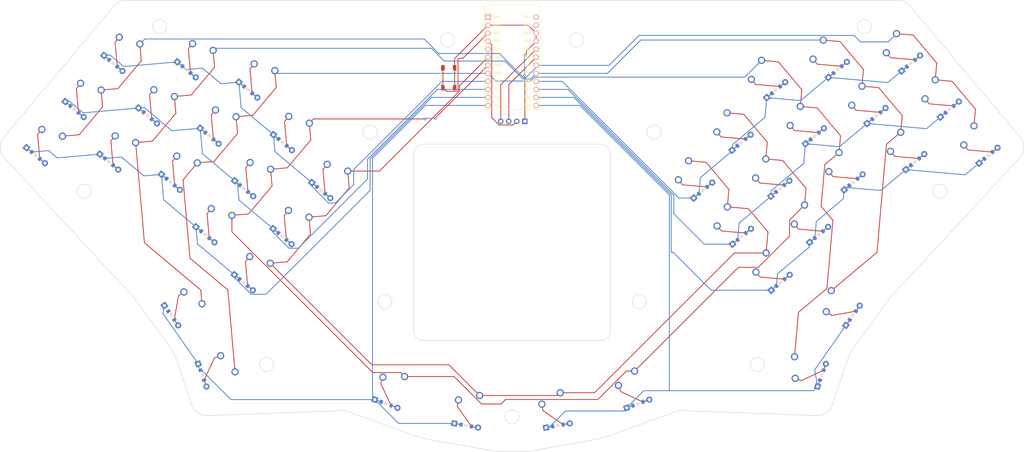
<source format=kicad_pcb>
(kicad_pcb (version 20240108) (generator "pcbnew") (generator_version "8.0")
  (title_block (title "pcb_plate") (rev "v1.0.0") (company "Unknown"))
  (layers (0 "F.Cu" signal) (31 "B.Cu" signal) (34 "B.Paste" user) (35 "F.Paste" user) (36 "B.SilkS" user "B.Silkscreen") (37 "F.SilkS" user "F.Silkscreen") (38 "B.Mask" user) (39 "F.Mask" user) (44 "Edge.Cuts" user))
  (net 0 "")
  (net 1 "P4")
  (net 2 "pinky_bottom")
  (net 3 "pinky_home")
  (net 4 "pinky_top")
  (net 5 "P5")
  (net 6 "ring_bottom")
  (net 7 "ring_home")
  (net 8 "ring_top")
  (net 9 "P18")
  (net 10 "middle_bottom")
  (net 11 "middle_home")
  (net 12 "middle_top")
  (net 13 "P19")
  (net 14 "index_bottom")
  (net 15 "index_home")
  (net 16 "index_top")
  (net 17 "P20")
  (net 18 "inner_bottom")
  (net 19 "inner_home")
  (net 20 "inner_top")
  (net 21 "layer_cluster")
  (net 22 "space_cluster")
  (net 23 "one_one")
  (net 24 "two_one")
  (net 25 "mirror_pinky_bottom")
  (net 26 "mirror_pinky_home")
  (net 27 "mirror_pinky_top")
  (net 28 "mirror_ring_bottom")
  (net 29 "mirror_ring_home")
  (net 30 "mirror_ring_top")
  (net 31 "mirror_middle_bottom")
  (net 32 "mirror_middle_home")
  (net 33 "mirror_middle_top")
  (net 34 "mirror_index_bottom")
  (net 35 "mirror_index_home")
  (net 36 "mirror_index_top")
  (net 37 "mirror_inner_bottom")
  (net 38 "mirror_inner_home")
  (net 39 "mirror_inner_top")
  (net 40 "mirror_layer_cluster")
  (net 41 "mirror_space_cluster")
  (net 42 "mirror_one_one")
  (net 43 "mirror_two_one")
  (net 44 "P16")
  (net 45 "P14")
  (net 46 "P15")
  (net 47 "P10")
  (net 48 "P8")
  (net 49 "P7")
  (net 50 "P6")
  (net 51 "P9")
  (net 52 "RAW")
  (net 53 "GND")
  (net 54 "RST")
  (net 55 "VCC")
  (net 56 "P21")
  (net 57 "P1")
  (net 58 "P0")
  (net 59 "P2")
  (net 60 "P3")
  (footprint "E73:SW_TACT_ALPS_SKQGABE010" (layer "F.Cu") (at 162.666091 139.967152 -90)
    (property "Reference" "B1" (hide yes))
    (property "Value" "" (hide yes))
  )
  (footprint "ComboDiode" (layer "F.Cu") (at 267.520227 204.770447 40)
    (property "Reference" "D32" (hide yes))
    (property "Value" "" (hide yes))
  )
  (footprint "ComboDiode" (layer "F.Cu") (at 55.257012 166.57582 -40)
    (property "Reference" "D4" (hide yes))
    (property "Value" "" (hide yes))
  )
  (footprint "MX" (layer "F.Cu") (at 294.616121 148.152451 40)
    (property "Reference" "S24" (hide yes))
    (property "Value" "" (hide yes))
  )
  (footprint "ComboDiode" (layer "F.Cu") (at 285.584952 137.389528 40)
    (property "Reference" "D25" (hide yes))
    (property "Value" "" (hide yes))
  )
  (footprint "MX" (layer "F.Cu") (at 89.450509 232.377106 -70)
    (property "Reference" "S17" (hide yes))
    (property "Value" "" (hide yes))
  )
  (footprint "ComboDiode" (layer "F.Cu") (at 222.476184 243.127393 20)
    (property "Reference" "D37" (hide yes))
    (property "Value" "" (hide yes))
  )
  (footprint "ComboDiode" (layer "F.Cu") (at 44.337394 149.952772 -40)
    (property "Reference" "D2" (hide yes))
    (property "Value" "" (hide yes))
  )
  (footprint "MX" (layer "F.Cu") (at 79.035178 212.329448 -55)
    (property "Reference" "S16" (hide yes))
    (property "Value" "" (hide yes))
  )
  (footprint "ComboDiode" (layer "F.Cu") (at 255.275129 190.177304 40)
    (property "Reference" "D33" (hide yes))
    (property "Value" "" (hide yes))
  )
  (footprint "MX" (layer "F.Cu") (at 264.306289 200.940223 40)
    (property "Reference" "S32" (hide yes))
    (property "Value" "" (hide yes))
  )
  (footprint "MX" (layer "F.Cu") (at 88.881751 185.776492 -40)
    (property "Reference" "S10" (hide yes))
    (property "Value" "" (hide yes))
  )
  (footprint "ComboDiode" (layer "F.Cu") (at 122.302147 175.584153 -40)
    (property "Reference" "D15" (hide yes))
    (property "Value" "" (hide yes))
  )
  (footprint "MX" (layer "F.Cu") (at 276.450417 185.776492 40)
    (property "Reference" "S29" (hide yes))
    (property "Value" "" (hide yes))
  )
  (footprint "ComboDiode" (layer "F.Cu") (at 97.811938 204.770448 -40)
    (property "Reference" "D13" (hide yes))
    (property "Value" "" (hide yes))
  )
  (footprint "MX" (layer "F.Cu") (at 220.766088 238.428932 20)
    (property "Reference" "S37" (hide yes))
    (property "Value" "" (hide yes))
  )
  (footprint "ComboDiode" (layer "F.Cu") (at 278.338871 158.390517 40)
    (property "Reference" "D27" (hide yes))
    (property "Value" "" (hide yes))
  )
  (footprint "MX" (layer "F.Cu") (at 144.566083 238.428935 -20)
    (property "Reference" "S18" (hide yes))
    (property "Value" "" (hide yes))
  )
  (footprint "ComboDiode" (layer "F.Cu") (at 243.030024 175.584149 40)
    (property "Reference" "D34" (hide yes))
    (property "Value" "" (hide yes))
  )
  (footprint "MX" (layer "F.Cu") (at 196.290043 245.088317 10)
    (property "Reference" "S38" (hide yes))
    (property "Value" "" (hide yes))
  )
  (footprint "MX" (layer "F.Cu") (at 287.370039 169.153442 40)
    (property "Reference" "S26" (hide yes))
    (property "Value" "" (hide yes))
  )
  (footprint "ComboDiode" (layer "F.Cu") (at 74.93942 215.197329 -55)
    (property "Reference" "D16" (hide yes))
    (property "Value" "" (hide yes))
  )
  (footprint "MX" (layer "F.Cu") (at 90.207241 154.5603 -40)
    (property "Reference" "S8" (hide yes))
    (property "Value" "" (hide yes))
  )
  (footprint "ComboDiode" (layer "F.Cu") (at 290.392751 215.197336 55)
    (property "Reference" "D35" (hide yes))
    (property "Value" "" (hide yes))
  )
  (footprint "MX" (layer "F.Cu") (at 251.960213 156.590203 40)
    (property "Reference" "S31" (hide yes))
    (property "Value" "" (hide yes))
  )
  (footprint "MX" (layer "F.Cu") (at 275.881662 232.377103 70)
    (property "Reference" "S36" (hide yes))
    (property "Value" "" (hide yes))
  )
  (footprint "MX" (layer "F.Cu") (at 70.716046 148.152448 -40)
    (property "Reference" "S5" (hide yes))
    (property "Value" "" (hide yes))
  )
  (footprint "MX" (layer "F.Cu") (at 113.37196 156.590202 -40)
    (property "Reference" "S12" (hide yes))
    (property "Value" "" (hide yes))
  )
  (footprint "ComboDiode" (layer "F.Cu") (at 86.993305 158.39052 -40)
    (property "Reference" "D8" (hide yes))
    (property "Value" "" (hide yes))
  )
  (footprint "MX" (layer "F.Cu") (at 286.296993 212.329447 55)
    (property "Reference" "S35" (hide yes))
    (property "Value" "" (hide yes))
  )
  (footprint "ComboDiode" (layer "F.Cu") (at 67.502114 151.982674 -40)
    (property "Reference" "D5" (hide yes))
    (property "Value" "" (hide yes))
  )
  (footprint "MX" (layer "F.Cu") (at 317.780839 146.122549 40)
    (property "Reference" "S21" (hide yes))
    (property "Value" "" (hide yes))
  )
  (footprint "ComboDiode" (layer "F.Cu") (at 279.664356 189.606712 40)
    (property "Reference" "D29" (hide yes))
    (property "Value" "" (hide yes))
  )
  (footprint "ComboDiode" (layer "F.Cu") (at 320.994775 149.952772 40)
    (property "Reference" "D21" (hide yes))
    (property "Value" "" (hide yes))
  )
  (footprint "MX" (layer "F.Cu") (at 330.02594 160.7157 40)
    (property "Reference" "S20" (hide yes))
    (property "Value" "" (hide yes))
  )
  (footprint "MX" (layer "F.Cu") (at 58.470945 162.745595 -40)
    (property "Reference" "S4" (hide yes))
    (property "Value" "" (hide yes))
  )
  (footprint "ComboDiode" (layer "F.Cu") (at 168.173886 250.01236 -10)
    (property "Reference" "D19" (hide yes))
    (property "Value" "" (hide yes))
  )
  (footprint "MX" (layer "F.Cu") (at 282.371014 133.559309 40)
    (property "Reference" "S25" (hide yes))
    (property "Value" "" (hide yes))
  )
  (footprint "ComboDiode" (layer "F.Cu") (at 97.912914 175.013569 -40)
    (property "Reference" "D11" (hide yes))
    (property "Value" "" (hide yes))
  )
  (footprint "ComboDiode" (layer "F.Cu") (at 333.239882 164.54592 40)
    (property "Reference" "D20" (hide yes))
    (property "Value" "" (hide yes))
  )
  (footprint "ComboDiode" (layer "F.Cu") (at 84.752043 234.087201 -70)
    (property "Reference" "D17" (hide yes))
    (property "Value" "" (hide yes))
  )
  (footprint "ComboDiode" (layer "F.Cu") (at 310.075164 166.575822 40)
    (property "Reference" "D23" (hide yes))
    (property "Value" "" (hide yes))
  )
  (footprint "ComboDiode" (layer "F.Cu") (at 266.093769 143.797368 40)
    (property "Reference" "D28" (hide yes))
    (property "Value" "" (hide yes))
  )
  (footprint "MX" (layer "F.Cu") (at 264.205314 171.183343 40)
    (property "Reference" "S30" (hide yes))
    (property "Value" "" (hide yes))
  )
  (footprint "ComboDiode" (layer "F.Cu") (at 74.748194 172.983667 -40)
    (property "Reference" "D7" (hide yes))
    (property "Value" "" (hide yes))
  )
  (footprint "ComboDiode" (layer "F.Cu") (at 99.238408 143.797372 -40)
    (property "Reference" "D9" (hide yes))
    (property "Value" "" (hide yes))
  )
  (footprint "MX" (layer "F.Cu") (at 35.306227 160.715698 -40)
    (property "Reference" "S1" (hide yes))
    (property "Value" "" (hide yes))
  )
  (footprint "ComboDiode" (layer "F.Cu") (at 290.583971 172.983667 40)
    (property "Reference" "D26" (hide yes))
    (property "Value" "" (hide yes))
  )
  (footprint "MX" (layer "F.Cu") (at 101.126855 171.183343 -40)
    (property "Reference" "S11" (hide yes))
    (property "Value" "" (hide yes))
  )
  (footprint "MX" (layer "F.Cu") (at 275.124937 154.560297 40)
    (property "Reference" "S27" (hide yes))
    (property "Value" "" (hide yes))
  )
  (footprint "MX" (layer "F.Cu") (at 169.04213 245.088326 -10)
    (property "Reference" "S19" (hide yes))
    (property "Value" "" (hide yes))
  )
  (footprint "MX" (layer "F.Cu") (at 102.452346 139.967151 -40)
    (property "Reference" "S9" (hide yes))
    (property "Value" "" (hide yes))
  )
  (footprint "lib:OLED_headers" (layer "F.Cu") (at 176.916089 155.347077 90)
    (property "Reference" "OLED1" (hide yes))
    (property "Value" "OLED")
  )
  (footprint "ComboDiode" (layer "F.Cu") (at 197.158279 250.01236 10)
    (property "Reference" "D38" (hide yes))
    (property "Value" "" (hide yes))
  )
  (footprint "ComboDiode" (layer "F.Cu") (at 56.582493 135.359625 -40)
    (property "Reference" "D3" (hide yes))
    (property "Value" "" (hide yes))
  )
  (footprint "ComboDiode" (layer "F.Cu") (at 308.749668 135.359628 40)
    (property "Reference" "D22" (hide yes))
    (property "Value" "" (hide yes))
  )
  (footprint "MX" (layer "F.Cu") (at 306.861222 162.745599 40)
    (property "Reference" "S23" (hide yes))
    (property "Value" "" (hide yes))
  )
  (footprint "ComboDiode" (layer "F.Cu") (at 85.667817 189.606718 -40)
    (property "Reference" "D10" (hide yes))
    (property "Value" "" (hide yes))
  )
  (footprint "ComboDiode" (layer "F.Cu") (at 267.419254 175.013567 40)
    (property "Reference" "D30" (hide yes))
    (property "Value" "" (hide yes))
  )
  (footprint "ComboDiode" (layer "F.Cu") (at 297.830061 151.982674 40)
    (property "Reference" "D24" (hide yes))
    (property "Value" "" (hide yes))
  )
  (footprint "MX" (layer "F.Cu") (at 59.796439 131.529405 -40)
    (property "Reference" "S3" (hide yes))
    (property "Value" "" (hide yes))
  )
  (footprint "ComboDiode" (layer "F.Cu") (at 32.092293 164.545918 -40)
    (property "Reference" "D1" (hide yes))
    (property "Value" "" (hide yes))
  )
  (footprint "ComboDiode" (layer "F.Cu") (at 142.855984 243.12739 -20)
    (property "Reference" "D18" (hide yes))
    (property "Value" "" (hide yes))
  )
  (footprint "MX" (layer "F.Cu") (at 305.535734 131.529401 40)
    (property "Reference" "S22" (hide yes))
    (property "Value" "" (hide yes))
  )
  (footprint "ComboDiode" (layer "F.Cu") (at 110.057042 190.177303 -40)
    (property "Reference" "D14" (hide yes))
    (property "Value" "" (hide yes))
  )
  (footprint "MX" (layer "F.Cu") (at 252.061191 186.347082 40)
    (property "Reference" "S33" (hide yes))
    (property "Value" "" (hide yes))
  )
  (footprint "ComboDiode" (layer "F.Cu") (at 280.580126 234.087207 70)
    (property "Reference" "D36" (hide yes))
    (property "Value" "" (hide yes))
  )
  (footprint "MX" (layer "F.Cu") (at 125.516088 171.753933 -40)
    (property "Reference" "S15" (hide yes))
    (property "Value" "" (hide yes))
  )
  (footprint "MX" (layer "F.Cu") (at 47.551335 146.122558 -40)
    (property "Reference" "S2" (hide yes))
    (property "Value" "" (hide yes))
  )
  (footprint "ComboDiode" (layer "F.Cu") (at 79.747222 137.389523 -40)
    (property "Reference" "D6" (hide yes))
    (property "Value" "" (hide yes))
  )
  (footprint "MX" (layer "F.Cu") (at 113.270981 186.347079 -40)
    (property "Reference" "S14" (hide yes))
    (property "Value" "" (hide yes))
  )
  (footprint "MX" (layer "F.Cu") (at 82.961157 133.559307 -40)
    (property "Reference" "S6" (hide yes))
    (property "Value" "" (hide yes))
  )
  (footprint "MX" (layer "F.Cu") (at 101.025877 200.940223 -40)
    (property "Reference" "S13" (hide yes))
    (property "Value" "" (hide yes))
  )
  (footprint "ComboDiode" (layer "F.Cu") (at 255.174145 160.420421 40)
    (property "Reference" "D31" (hide yes))
    (property "Value" "" (hide yes))
  )
  (footprint "MX" (layer "F.Cu") (at 77.962139 169.153447 -40)
    (property "Reference" "S7" (hide yes))
    (property "Value" "" (hide yes))
  )
  (footprint "MX" (layer "F.Cu") (at 239.816084 171.75393 40)
    (property "Reference" "S34" (hide yes))
    (property "Value" "" (hide yes))
  )
  (footprint "ProMicro" (layer "F.Cu") (at 182.666085 134.753933 -90)
    (property "Reference" "MCU1" (hide yes))
    (property "Value" "" (hide yes))
  )
  (footprint "MX" (layer "F.Cu") (at 262.879826 139.967152 40)
    (property "Reference" "S28" (hide yes))
    (property "Value" "" (hide yes))
  )
  (footprint "ComboDiode" (layer "F.Cu") (at 110.158017 160.420421 -40)
    (property "Reference" "D12" (hide yes))
    (property "Value" "" (hide yes))
  )
  (gr_circle (center 294.045533 123.763226) (end 296.295533 123.763219) (stroke (width 0.15)) (fill none) (layer "Edge.Cuts"))
  (gr_line (start 234.496847 245.594894) (end 213.934686 253.078907) (stroke (width 0.15)) (layer "Edge.Cuts"))
  (gr_arc (start 343.294719 158.74688) (mid 344.462982 162.083602) (end 343.132293 165.358938) (stroke (width 0.15)) (layer "Edge.Cuts"))
  (gr_line (start 210.731083 160.997081) (end 154.601087 160.997074) (stroke (width 0.15)) (layer "Edge.Cuts"))
  (gr_circle (center 222.874892 210.837284) (end 225.124896 210.837288) (stroke (width 0.15)) (fill none) (layer "Edge.Cuts"))
  (gr_line (start 151.601083 163.997077) (end 151.601084 220.127076) (stroke (width 0.15)) (layer "Edge.Cuts"))
  (gr_arc (start 22.199879 165.358937) (mid 20.869189 162.083599) (end 22.037462 158.746879) (stroke (width 0.15)) (layer "Edge.Cuts"))
  (gr_circle (center 71.286635 123.763224) (end 73.53664 123.763226) (stroke (width 0.15)) (fill none) (layer "Edge.Cuts"))
  (gr_line (start 302.043063 209.759513) (end 290.53164 225.545711) (stroke (width 0.15)) (layer "Edge.Cuts"))
  (gr_arc (start 283.912568 243.502481) (mid 282.013578 246.010587) (end 278.992531 246.888102) (stroke (width 0.15)) (layer "Edge.Cuts"))
  (gr_arc (start 302.043064 209.759514) (mid 302.222518 209.527984) (end 302.415221 209.307358) (stroke (width 0.15)) (layer "Edge.Cuts"))
  (gr_line (start 154.601085 223.127079) (end 210.731081 223.127078) (stroke (width 0.15)) (layer "Edge.Cuts"))
  (gr_arc (start 86.339636 246.888107) (mid 83.318589 246.010586) (end 81.419604 243.502475) (stroke (width 0.15)) (layer "Edge.Cuts"))
  (gr_circle (center 260.257652 230.744952) (end 262.507652 230.744949) (stroke (width 0.15)) (fill none) (layer "Edge.Cuts"))
  (gr_line (start 76.228252 228.248333) (end 74.800528 225.54571) (stroke (width 0.15)) (layer "Edge.Cuts"))
  (gr_line (start 290.53164 225.545711) (end 289.103919 228.24834) (stroke (width 0.15)) (layer "Edge.Cuts"))
  (gr_line (start 74.800528 225.54571) (end 63.289109 209.759511) (stroke (width 0.15)) (layer "Edge.Cuts"))
  (gr_line (start 209.531198 254.359869) (end 187.449285 258.25351) (stroke (width 0.15)) (layer "Edge.Cuts"))
  (gr_circle (center 182.666081 247.307082) (end 184.916087 247.307077) (stroke (width 0.15)) (fill none) (layer "Edge.Cuts"))
  (gr_line (start 81.419604 243.502475) (end 76.228252 228.248333) (stroke (width 0.15)) (layer "Edge.Cuts"))
  (gr_line (start 22.037462 158.746879) (end 56.888921 117.212517) (stroke (width 0.15)) (layer "Edge.Cuts"))
  (gr_circle (center 137.761191 157.160786) (end 140.011193 157.160788) (stroke (width 0.15)) (fill none) (layer "Edge.Cuts"))
  (gr_line (start 308.443247 117.212516) (end 343.294712 158.746876) (stroke (width 0.15)) (layer "Edge.Cuts"))
  (gr_arc (start 234.496847 245.594894) (mid 235.430779 245.353969) (end 236.393592 245.296842) (stroke (width 0.15)) (layer "Edge.Cuts"))
  (gr_arc (start 210.731083 160.997081) (mid 212.852405 161.875759) (end 213.731086 163.99708) (stroke (width 0.15)) (layer "Edge.Cuts"))
  (gr_arc (start 128.938579 245.296843) (mid 129.901391 245.353969) (end 130.83532 245.594897) (stroke (width 0.15)) (layer "Edge.Cuts"))
  (gr_circle (center 317.881822 175.879434) (end 320.131815 175.879429) (stroke (width 0.15)) (fill none) (layer "Edge.Cuts"))
  (gr_line (start 60.719153 115.426457) (end 304.61302 115.426452) (stroke (width 0.15)) (layer "Edge.Cuts"))
  (gr_line (start 278.992531 246.888102) (end 236.393592 245.296842) (stroke (width 0.15)) (layer "Edge.Cuts"))
  (gr_arc (start 304.61302 115.426452) (mid 306.726114 115.894913) (end 308.443247 117.212516) (stroke (width 0.15)) (layer "Edge.Cuts"))
  (gr_circle (center 105.074515 230.744948) (end 107.324519 230.744949) (stroke (width 0.15)) (fill none) (layer "Edge.Cuts"))
  (gr_arc (start 178.751129 258.329472) (mid 178.315347 258.310445) (end 177.882881 258.25351) (stroke (width 0.15)) (layer "Edge.Cuts"))
  (gr_line (start 289.103919 228.24834) (end 283.912568 243.502481) (stroke (width 0.15)) (layer "Edge.Cuts"))
  (gr_line (start 213.731087 220.127079) (end 213.731086 163.99708) (stroke (width 0.15)) (layer "Edge.Cuts"))
  (gr_line (start 151.397486 253.078908) (end 130.83532 245.594897) (stroke (width 0.15)) (layer "Edge.Cuts"))
  (gr_line (start 177.882881 258.25351) (end 155.800977 254.359879) (stroke (width 0.15)) (layer "Edge.Cuts"))
  (gr_line (start 343.132293 165.358938) (end 302.415221 209.307358) (stroke (width 0.15)) (layer "Edge.Cuts"))
  (gr_line (start 213.934686 253.078907) (end 209.531198 254.359869) (stroke (width 0.15)) (layer "Edge.Cuts"))
  (gr_arc (start 154.601085 223.127079) (mid 152.479762 222.248399) (end 151.601084 220.127076) (stroke (width 0.15)) (layer "Edge.Cuts"))
  (gr_line (start 128.938579 245.296843) (end 86.339636 246.888107) (stroke (width 0.15)) (layer "Edge.Cuts"))
  (gr_arc (start 213.731087 220.127079) (mid 212.852407 222.248404) (end 210.731081 223.127078) (stroke (width 0.15)) (layer "Edge.Cuts"))
  (gr_line (start 62.916949 209.307361) (end 22.199879 165.358936) (stroke (width 0.15)) (layer "Edge.Cuts"))
  (gr_line (start 186.581045 258.329473) (end 178.751129 258.329472) (stroke (width 0.15)) (layer "Edge.Cuts"))
  (gr_circle (center 162.251399 127.974491) (end 164.501396 127.974492) (stroke (width 0.15)) (fill none) (layer "Edge.Cuts"))
  (gr_arc (start 187.449285 258.25351) (mid 187.016823 258.310444) (end 186.581045 258.329473) (stroke (width 0.15)) (layer "Edge.Cuts"))
  (gr_arc (start 62.916951 209.307359) (mid 63.109655 209.527982) (end 63.289109 209.759511) (stroke (width 0.15)) (layer "Edge.Cuts"))
  (gr_circle (center 142.457273 210.837287) (end 144.707274 210.837289) (stroke (width 0.15)) (fill none) (layer "Edge.Cuts"))
  (gr_line (start 155.800977 254.359879) (end 151.397486 253.078908) (stroke (width 0.15)) (layer "Edge.Cuts"))
  (gr_circle (center 227.570981 157.160788) (end 229.820984 157.160787) (stroke (width 0.15)) (fill none) (layer "Edge.Cuts"))
  (gr_circle (center 203.080778 127.974488) (end 205.330776 127.974488) (stroke (width 0.15)) (fill none) (layer "Edge.Cuts"))
  (gr_circle (center 47.450354 175.879433) (end 49.700353 175.879435) (stroke (width 0.15)) (fill none) (layer "Edge.Cuts"))
  (gr_arc (start 151.601083 163.997077) (mid 152.479764 161.875755) (end 154.601087 160.997074) (stroke (width 0.15)) (layer "Edge.Cuts"))
  (gr_arc (start 56.888921 117.212517) (mid 58.606056 115.894911) (end 60.719153 115.426457) (stroke (width 0.15)) (layer "Edge.Cuts"))
  (segment (start 52.762449 143.863727) (end 53.226624 149.169251) (width 0.25) (layer "F.Cu") (net 1))
  (segment (start 329.170509 149.885991) (end 328.706338 155.191517) (width 0.25) (layer "F.Cu") (net 1))
  (segment (start 304.216124 126.005213) (end 309.521645 126.469389) (width 0.25) (layer "F.Cu") (net 1))
  (segment (start 58.067967 143.399553) (end 52.762449 143.863727) (width 0.25) (layer "F.Cu") (net 1))
  (segment (start 309.521645 126.469389) (end 316.9254 135.292839) (width 0.25) (layer "F.Cu") (net 1))
  (segment (start 316.461227 140.598364) (end 321.766753 141.062538) (width 0.25) (layer "F.Cu") (net 1))
  (segment (start 65.007556 129.270581) (end 65.47172 134.576102) (width 0.25) (layer "F.Cu") (net 1))
  (segment (start 316.9254 135.292839) (end 316.461227 140.598364) (width 0.25) (layer "F.Cu") (net 1))
  (segment (start 45.822867 157.992699) (end 40.517344 158.456873) (width 0.25) (layer "F.Cu") (net 1))
  (segment (start 65.47172 134.576102) (end 58.067967 143.399553) (width 0.25) (layer "F.Cu") (net 1))
  (segment (start 321.766753 141.062538) (end 329.170509 149.885991) (width 0.25) (layer "F.Cu") (net 1))
  (segment (start 53.226624 149.169251) (end 45.822867 157.992699) (width 0.25) (layer "F.Cu") (net 1))
  (segment (start 290.767122 126.567122) (end 222.832878 126.567122) (width 0.25) (layer "B.Cu") (net 1))
  (segment (start 65.007554 129.270579) (end 66.581601 127.696532) (width 0.25) (layer "B.Cu") (net 1))
  (segment (start 222.832878 126.567122) (end 213.376067 136.023933) (width 0.25) (layer "B.Cu") (net 1))
  (segment (start 301.621338 128.6) (end 292.8 128.6) (width 0.25) (layer "B.Cu") (net 1))
  (segment (start 178.657328 132.282633) (end 186.299695 139.925) (width 0.25) (layer "B.Cu") (net 1))
  (segment (start 159.717367 132.282633) (end 178.657328 132.282633) (width 0.25) (layer "B.Cu") (net 1))
  (segment (start 187.075 139.925) (end 190.286085 136.713915) (width 0.25) (layer "B.Cu") (net 1))
  (segment (start 159.6 132.4) (end 159.717367 132.282633) (width 0.25) (layer "B.Cu") (net 1))
  (segment (start 190.286085 136.713915) (end 190.286085 136.023933) (width 0.25) (layer "B.Cu") (net 1))
  (segment (start 66.581601 127.696532) (end 154.896532 127.696532) (width 0.25) (layer "B.Cu") (net 1))
  (segment (start 304.216124 126.005214) (end 301.621338 128.6) (width 0.25) (layer "B.Cu") (net 1))
  (segment (start 292.8 128.6) (end 290.767122 126.567122) (width 0.25) (layer "B.Cu") (net 1))
  (segment (start 154.896532 127.696532) (end 159.6 132.4) (width 0.25) (layer "B.Cu") (net 1))
  (segment (start 186.299695 139.925) (end 187.075 139.925) (width 0.25) (layer "B.Cu") (net 1))
  (segment (start 213.376067 136.023933) (end 190.286085 136.023933) (width 0.25) (layer "B.Cu") (net 1))
  (segment (start 34.020278 156.320921) (end 32.683197 157.914393) (width 0.25) (layer "F.Cu") (net 2))
  (segment (start 32.683197 157.914393) (end 33.356161 165.606432) (width 0.25) (layer "F.Cu") (net 2))
  (segment (start 33.356161 165.606432) (end 35.010922 166.994934) (width 0.25) (layer "F.Cu") (net 2))
  (segment (start 33.356266 165.606519) (end 35.010922 166.994934) (width 0.25) (layer "F.Cu") (net 2))
  (segment (start 33.356266 165.606519) (end 35.010922 166.994934) (width 0.25) (layer "B.Cu") (net 2))
  (segment (start 46.265384 141.727774) (end 44.928298 143.321251) (width 0.25) (layer "F.Cu") (net 3))
  (segment (start 45.601263 151.01329) (end 47.256018 152.401793) (width 0.25) (layer "F.Cu") (net 3))
  (segment (start 45.601365 151.013372) (end 47.256018 152.401793) (width 0.25) (layer "F.Cu") (net 3))
  (segment (start 44.928298 143.321251) (end 45.601263 151.01329) (width 0.25) (layer "F.Cu") (net 3))
  (segment (start 45.601365 151.013372) (end 47.256018 152.401793) (width 0.25) (layer "B.Cu") (net 3))
  (segment (start 58.510491 127.134626) (end 57.173408 128.728103) (width 0.25) (layer "F.Cu") (net 4))
  (segment (start 57.846374 136.420143) (end 59.501121 137.808645) (width 0.25) (layer "F.Cu") (net 4))
  (segment (start 57.173408 128.728103) (end 57.846374 136.420143) (width 0.25) (layer "F.Cu") (net 4))
  (segment (start 57.846469 136.420228) (end 59.501121 137.808645) (width 0.25) (layer "F.Cu") (net 4))
  (segment (start 57.846469 136.420228) (end 59.501121 137.808645) (width 0.25) (layer "B.Cu") (net 4))
  (segment (start 298.602035 143.092436) (end 306.005787 151.915887) (width 0.25) (layer "F.Cu") (net 5))
  (segment (start 75.927167 145.893624) (end 76.391339 151.199149) (width 0.25) (layer "F.Cu") (net 5))
  (segment (start 76.391339 151.199149) (end 68.987586 160.022598) (width 0.25) (layer "F.Cu") (net 5))
  (segment (start 81.232688 145.429452) (end 75.927167 145.893624) (width 0.25) (layer "F.Cu") (net 5))
  (segment (start 293.760681 137.322751) (end 293.296512 142.628267) (width 0.25) (layer "F.Cu") (net 5))
  (segment (start 306.005787 151.915887) (end 305.541613 157.221411) (width 0.25) (layer "F.Cu") (net 5))
  (segment (start 293.296512 142.628267) (end 298.602035 143.092436) (width 0.25) (layer "F.Cu") (net 5))
  (segment (start 301.032625 161.004902) (end 298.039863 195.212322) (width 0.25) (layer "F.Cu") (net 5))
  (segment (start 84.274126 207.161666) (end 84.653356 211.496325) (width 0.25) (layer "F.Cu") (net 5))
  (segment (start 305.541613 157.221411) (end 301.032625 161.004902) (width 0.25) (layer "F.Cu") (net 5))
  (segment (start 281.051405 128.035123) (end 286.35693 128.499295) (width 0.25) (layer "F.Cu") (net 5))
  (segment (start 66.457647 192.211869) (end 84.274126 207.161666) (width 0.25) (layer "F.Cu") (net 5))
  (segment (start 88.636445 136.606004) (end 81.232688 145.429452) (width 0.25) (layer "F.Cu") (net 5))
  (segment (start 68.987586 160.022598) (end 63.68206 160.486773) (width 0.25) (layer "F.Cu") (net 5))
  (segment (start 88.172271 131.30048) (end 88.636445 136.606004) (width 0.25) (layer "F.Cu") (net 5))
  (segment (start 286.35693 128.499295) (end 293.760681 137.322751) (width 0.25) (layer "F.Cu") (net 5))
  (segment (start 63.68206 160.486773) (end 66.457647 192.211869) (width 0.25) (layer "F.Cu") (net 5))
  (segment (start 298.039863 195.212322) (end 283.592583 207.335026) (width 0.25) (layer "F.Cu") (net 5))
  (segment (start 281.051404 128.035122) (end 223.364878 128.035122) (width 0.25) (layer "B.Cu") (net 5))
  (segment (start 161.248837 134.685233) (end 180.423532 134.685233) (width 0.25) (layer "B.Cu") (net 5))
  (segment (start 180.423532 134.685233) (end 186.113299 140.375) (width 0.25) (layer "B.Cu") (net 5))
  (segment (start 87.504323 130.632532) (end 157.196136 130.632532) (width 0.25) (layer "B.Cu") (net 5))
  (segment (start 186.113299 140.375) (end 188.475019 140.375) (width 0.25) (layer "B.Cu") (net 5))
  (segment (start 223.364878 128.035122) (end 212.836066 138.563934) (width 0.25) (layer "B.Cu") (net 5))
  (segment (start 88.172272 131.300481) (end 87.504323 130.632532) (width 0.25) (layer "B.Cu") (net 5))
  (segment (start 212.836066 138.563934) (end 190.286085 138.563934) (width 0.25) (layer "B.Cu") (net 5))
  (segment (start 188.475019 140.375) (end 190.286085 138.563934) (width 0.25) (layer "B.Cu") (net 5))
  (segment (start 157.196136 130.632532) (end 161.248837 134.685233) (width 0.25) (layer "B.Cu") (net 5))
  (segment (start 56.520881 167.636338) (end 58.175636 169.024843) (width 0.25) (layer "F.Cu") (net 6))
  (segment (start 55.847916 159.944298) (end 56.520881 167.636338) (width 0.25) (layer "F.Cu") (net 6))
  (segment (start 57.184994 158.350823) (end 55.847916 159.944298) (width 0.25) (layer "F.Cu") (net 6))
  (segment (start 56.520985 167.636423) (end 58.175636 169.024843) (width 0.25) (layer "F.Cu") (net 6))
  (segment (start 56.520985 167.636423) (end 58.175636 169.024843) (width 0.25) (layer "B.Cu") (net 6))
  (segment (start 68.765985 153.04319) (end 70.420741 154.431696) (width 0.25) (layer "F.Cu") (net 7))
  (segment (start 69.430106 143.757675) (end 68.09302 145.351149) (width 0.25) (layer "F.Cu") (net 7))
  (segment (start 68.09302 145.351149) (end 68.765985 153.04319) (width 0.25) (layer "F.Cu") (net 7))
  (segment (start 68.76609 153.043276) (end 70.420741 154.431696) (width 0.25) (layer "F.Cu") (net 7))
  (segment (start 68.76609 153.043276) (end 70.420741 154.431696) (width 0.25) (layer "B.Cu") (net 7))
  (segment (start 81.011091 138.450046) (end 82.66585 139.83855) (width 0.25) (layer "F.Cu") (net 8))
  (segment (start 80.338125 130.758004) (end 81.011091 138.450046) (width 0.25) (layer "F.Cu") (net 8))
  (segment (start 81.675206 129.164531) (end 80.338125 130.758004) (width 0.25) (layer "F.Cu") (net 8))
  (segment (start 81.011191 138.450131) (end 82.66585 139.83855) (width 0.25) (layer "F.Cu") (net 8))
  (segment (start 81.011191 138.450131) (end 82.66585 139.83855) (width 0.25) (layer "B.Cu") (net 8))
  (segment (start 95.882526 157.606995) (end 88.478773 166.430447) (width 0.25) (layer "F.Cu") (net 9))
  (segment (start 92.825555 207.110882) (end 95.092875 233.026465) (width 0.25) (layer "F.Cu") (net 9))
  (segment (start 273.805325 149.036111) (end 279.11085 149.500286) (width 0.25) (layer "F.Cu") (net 9))
  (segment (start 286.514601 158.323735) (end 286.05043 163.629257) (width 0.25) (layer "F.Cu") (net 9))
  (segment (start 286.05043 163.629257) (end 281.541436 167.41275) (width 0.25) (layer "F.Cu") (net 9))
  (segment (start 281.541436 167.41275) (end 280.383069 180.652997) (width 0.25) (layer "F.Cu") (net 9))
  (segment (start 108.127628 143.013849) (end 100.723882 151.837296) (width 0.25) (layer "F.Cu") (net 9))
  (segment (start 100.723882 151.837296) (end 95.418356 152.301467) (width 0.25) (layer "F.Cu") (net 9))
  (segment (start 279.11085 149.500286) (end 286.514601 158.323735) (width 0.25) (layer "F.Cu") (net 9))
  (segment (start 266.865741 134.907138) (end 274.269501 143.730596) (width 0.25) (layer "F.Cu") (net 9))
  (segment (start 88.478773 166.430447) (end 83.173249 166.894616) (width 0.25) (layer "F.Cu") (net 9))
  (segment (start 280.383069 180.652997) (end 284.10488 185.088483) (width 0.25) (layer "F.Cu") (net 9))
  (segment (start 95.418356 152.301467) (end 95.882526 157.606995) (width 0.25) (layer "F.Cu") (net 9))
  (segment (start 284.10488 185.088483) (end 282.219793 206.635161) (width 0.25) (layer "F.Cu") (net 9))
  (segment (start 78.671587 172.259488) (end 80.840872 197.054536) (width 0.25) (layer "F.Cu") (net 9))
  (segment (start 107.663458 137.708322) (end 108.127628 143.013849) (width 0.25) (layer "F.Cu") (net 9))
  (segment (start 273.206358 214.198326) (end 271.976754 228.252822) (width 0.25) (layer "F.Cu") (net 9))
  (segment (start 261.560218 134.442967) (end 266.865741 134.907138) (width 0.25) (layer "F.Cu") (net 9))
  (segment (start 83.173249 166.894616) (end 78.671587 172.259488) (width 0.25) (layer "F.Cu") (net 9))
  (segment (start 274.269501 143.730596) (end 273.805325 149.036111) (width 0.25) (layer "F.Cu") (net 9))
  (segment (start 282.219793 206.635161) (end 273.206358 214.198326) (width 0.25) (layer "F.Cu") (net 9))
  (segment (start 80.840872 197.054536) (end 92.825555 207.110882) (width 0.25) (layer "F.Cu") (net 9))
  (segment (start 177.482152 141) (end 175.046086 138.563934) (width 0.25) (layer "B.Cu") (net 9))
  (segment (start 108.51907 138.563934) (end 107.663461 137.708325) (width 0.25) (layer "B.Cu") (net 9))
  (segment (start 188.486415 141) (end 177.482152 141) (width 0.25) (layer "B.Cu") (net 9))
  (segment (start 261.560216 134.442965) (end 256.237947 139.765234) (width 0.25) (layer "B.Cu") (net 9))
  (segment (start 175.046086 138.563934) (end 108.51907 138.563934) (width 0.25) (layer "B.Cu") (net 9))
  (segment (start 189.721181 139.765234) (end 188.486415 141) (width 0.25) (layer "B.Cu") (net 9))
  (segment (start 256.237947 139.765234) (end 189.721181 139.765234) (width 0.25) (layer "B.Cu") (net 9))
  (segment (start 76.012069 174.044181) (end 77.666825 175.432686) (width 0.25) (layer "F.Cu") (net 10))
  (segment (start 76.676189 164.758667) (end 75.339102 166.352145) (width 0.25) (layer "F.Cu") (net 10))
  (segment (start 75.339102 166.352145) (end 76.012069 174.044181) (width 0.25) (layer "F.Cu") (net 10))
  (segment (start 76.012172 174.044268) (end 77.666825 175.432686) (width 0.25) (layer "F.Cu") (net 10))
  (segment (start 76.012172 174.044268) (end 77.666825 175.432686) (width 0.25) (layer "B.Cu") (net 10))
  (segment (start 88.921289 150.165522) (end 87.584213 151.758995) (width 0.25) (layer "F.Cu") (net 11))
  (segment (start 88.257175 159.451035) (end 89.911932 160.839545) (width 0.25) (layer "F.Cu") (net 11))
  (segment (start 88.257274 159.451122) (end 89.911932 160.839545) (width 0.25) (layer "F.Cu") (net 11))
  (segment (start 87.584213 151.758995) (end 88.257175 159.451035) (width 0.25) (layer "F.Cu") (net 11))
  (segment (start 88.257274 159.451122) (end 89.911932 160.839545) (width 0.25) (layer "B.Cu") (net 11))
  (segment (start 100.502387 144.857973) (end 102.157035 146.246398) (width 0.25) (layer "F.Cu") (net 12))
  (segment (start 100.502275 144.857886) (end 102.157035 146.246398) (width 0.25) (layer "F.Cu") (net 12))
  (segment (start 99.829315 137.165849) (end 100.502275 144.857886) (width 0.25) (layer "F.Cu") (net 12))
  (segment (start 101.166395 135.572376) (end 99.829315 137.165849) (width 0.25) (layer "F.Cu") (net 12))
  (segment (start 100.502387 144.857973) (end 102.157035 146.246398) (width 0.25) (layer "B.Cu") (net 12))
  (segment (start 164.347065 234.524026) (end 173.023039 243.2) (width 0.25) (layer "F.Cu") (net 13))
  (segment (start 263.349876 160.353635) (end 262.885704 165.659156) (width 0.25) (layer "F.Cu") (net 13))
  (segment (start 148.690365 234.524026) (end 164.347065 234.524026) (width 0.25) (layer "F.Cu") (net 13))
  (segment (start 262.885704 165.659156) (end 268.191229 166.123331) (width 0.25) (layer "F.Cu") (net 13))
  (segment (start 147.437359 233.27102) (end 138.67102 233.27102) (width 0.25) (layer "F.Cu") (net 13))
  (segment (start 275.594983 174.946781) (end 275.130808 180.252304) (width 0.25) (layer "F.Cu") (net 13))
  (segment (start 221.415445 232.78656) (end 254.226515 199.97549) (width 0.25) (layer "F.Cu") (net 13))
  (segment (start 255.946127 151.530187) (end 263.349876 160.353635) (width 0.25) (layer "F.Cu") (net 13))
  (segment (start 250.640605 151.066012) (end 255.946127 151.530187) (width 0.25) (layer "F.Cu") (net 13))
  (segment (start 270.4 184.983112) (end 275.130807 180.252305) (width 0.25) (layer "F.Cu") (net 13))
  (segment (start 99.398389 183.053488) (end 94.092861 183.517665) (width 0.25) (layer "F.Cu") (net 13))
  (segment (start 180.619494 241.780506) (end 209.805764 241.780506) (width 0.25) (layer "F.Cu") (net 13))
  (segment (start 106.802139 174.230041) (end 99.398389 183.053488) (width 0.25) (layer "F.Cu") (net 13))
  (segment (start 94.092866 188.692866) (end 94.092866 183.517666) (width 0.25) (layer "F.Cu") (net 13))
  (segment (start 119.047246 159.636896) (end 111.643489 168.460344) (width 0.25) (layer "F.Cu") (net 13))
  (segment (start 111.643489 168.460344) (end 106.337965 168.924522) (width 0.25) (layer "F.Cu") (net 13))
  (segment (start 209.805764 241.780506) (end 218.79971 232.78656) (width 0.25) (layer "F.Cu") (net 13))
  (segment (start 173.023039 243.2) (end 179.2 243.2) (width 0.25) (layer "F.Cu") (net 13))
  (segment (start 118.583069 154.331372) (end 119.047246 159.636896) (width 0.25) (layer "F.Cu") (net 13))
  (segment (start 268.191229 166.123331) (end 275.594983 174.946781) (width 0.25) (layer "F.Cu") (net 13))
  (segment (start 138.67102 233.27102) (end 94.092866 188.692866) (width 0.25) (layer "F.Cu") (net 13))
  (segment (start 179.2 243.2) (end 180.619494 241.780506) (width 0.25) (layer "F.Cu") (net 13))
  (segment (start 260.503291 199.97549) (end 270.4 190.078781) (width 0.25) (layer "F.Cu") (net 13))
  (segment (start 175.046085 136.023933) (end 158.430851 152.639167) (width 0.25) (layer "F.Cu") (net 13))
  (segment (start 158.430851 152.639167) (end 158.430851 152.830851) (width 0.25) (layer "F.Cu") (net 13))
  (segment (start 270.4 190.078781) (end 270.4 184.983112) (width 0.25) (layer "F.Cu") (net 13))
  (segment (start 148.690365 234.524026) (end 147.437359 233.27102) (width 0.25) (layer "F.Cu") (net 13))
  (segment (start 254.226515 199.97549) (end 260.503291 199.97549) (width 0.25) (layer "F.Cu") (net 13))
  (segment (start 119.914451 153) (end 118.583075 154.331376) (width 0.25) (layer "F.Cu") (net 13))
  (segment (start 106.337965 168.924522) (end 106.802139 174.230041) (width 0.25) (layer "F.Cu") (net 13))
  (segment (start 218.79971 232.78656) (end 221.415445 232.78656) (width 0.25) (layer "F.Cu") (net 13))
  (segment (start 155.2 153) (end 119.914451 153) (width 0.25) (layer "F.Cu") (net 13))
  (via (at 155.2 153) (size 0.8) (drill 0.4) (layers "F.Cu" "B.Cu") (net 13))
  (via (at 158.430851 152.830851) (size 0.8) (drill 0.4) (layers "F.Cu" "B.Cu") (net 13))
  (segment (start 158.430851 152.830851) (end 155.369149 152.830851) (width 0.25) (layer "B.Cu") (net 13))
  (segment (start 155.369149 152.830851) (end 155.2 153) (width 0.25) (layer "B.Cu") (net 13))
  (segment (start 87.595803 181.381716) (end 86.258718 182.975192) (width 0.25) (layer "F.Cu") (net 14))
  (segment (start 86.931684 190.667232) (end 88.586443 192.055738) (width 0.25) (layer "F.Cu") (net 14))
  (segment (start 86.258718 182.975192) (end 86.931684 190.667232) (width 0.25) (layer "F.Cu") (net 14))
  (segment (start 86.931787 190.667316) (end 88.586443 192.055738) (width 0.25) (layer "F.Cu") (net 14))
  (segment (start 86.931787 190.667316) (end 88.586443 192.055738) (width 0.25) (layer "B.Cu") (net 14))
  (segment (start 98.503821 168.382044) (end 99.176791 176.074083) (width 0.25) (layer "F.Cu") (net 15))
  (segment (start 99.840904 166.788569) (end 98.503821 168.382044) (width 0.25) (layer "F.Cu") (net 15))
  (segment (start 99.176791 176.074083) (end 100.831546 177.462588) (width 0.25) (layer "F.Cu") (net 15))
  (segment (start 99.176893 176.07417) (end 100.831546 177.462588) (width 0.25) (layer "F.Cu") (net 15))
  (segment (start 99.176893 176.07417) (end 100.831546 177.462588) (width 0.25) (layer "B.Cu") (net 15))
  (segment (start 111.421895 161.480938) (end 113.07665 162.86944) (width 0.25) (layer "F.Cu") (net 16))
  (segment (start 110.748926 153.788896) (end 111.421895 161.480938) (width 0.25) (layer "F.Cu") (net 16))
  (segment (start 112.086018 152.195421) (end 110.748926 153.788896) (width 0.25) (layer "F.Cu") (net 16))
  (segment (start 111.421996 161.481023) (end 113.07665 162.86944) (width 0.25) (layer "F.Cu") (net 16))
  (segment (start 111.421996 161.481023) (end 113.07665 162.86944) (width 0.25) (layer "B.Cu") (net 16))
  (segment (start 140.741289 169.495107) (end 130.727203 169.495107) (width 0.25) (layer "F.Cu") (net 17))
  (segment (start 111.599556 198.212234) (end 106.236993 198.6814) (width 0.25) (layer "F.Cu") (net 17))
  (segment (start 208.755574 239.644426) (end 252.983964 195.416036) (width 0.25) (layer "F.Cu") (net 17))
  (segment (start 263.568693 188.76367) (end 262.986682 195.416038) (width 0.25) (layer "F.Cu") (net 17))
  (segment (start 238.496479 166.229746) (end 244.021772 166.713144) (width 0.25) (layer "F.Cu") (net 17))
  (segment (start 197.909323 239.644426) (end 208.755574 239.644426) (width 0.25) (layer "F.Cu") (net 17))
  (segment (start 197.027181 240.526568) (end 197.909323 239.644426) (width 0.25) (layer "F.Cu") (net 17))
  (segment (start 251.224981 175.297598) (end 250.741581 180.822889) (width 0.25) (layer "F.Cu") (net 17))
  (segment (start 250.741581 180.822889) (end 257.393947 181.404897) (width 0.25) (layer "F.Cu") (net 17))
  (segment (start 130.7272 169.495103) (end 131.191372 174.800633) (width 0.25) (layer "F.Cu") (net 17))
  (segment (start 162.699105 230.8) (end 138.355595 230.8) (width 0.25) (layer "F.Cu") (net 17))
  (segment (start 166.05 144.186396) (end 140.741289 169.495107) (width 0.25) (layer "F.Cu") (net 17))
  (segment (start 138.355595 230.8) (end 106.236992 198.681397) (width 0.25) (layer "F.Cu") (net 17))
  (segment (start 257.393947 181.404897) (end 263.568693 188.76367) (width 0.25) (layer "F.Cu") (net 17))
  (segment (start 244.021772 166.713144) (end 251.224981 175.297598) (width 0.25) (layer "F.Cu") (net 17))
  (segment (start 175.046085 133.483933) (end 166.05 142.480018) (width 0.25) (layer "F.Cu") (net 17))
  (segment (start 252.983964 195.416036) (end 262.986679 195.416036) (width 0.25) (layer "F.Cu") (net 17))
  (segment (start 123.787617 183.624078) (end 118.482099 184.088249) (width 0.25) (layer "F.Cu") (net 17))
  (segment (start 118.482099 184.088249) (end 118.95126 189.450814) (width 0.25) (layer "F.Cu") (net 17))
  (segment (start 172.425673 240.526568) (end 197.027181 240.526568) (width 0.25) (layer "F.Cu") (net 17))
  (segment (start 131.191372 174.800633) (end 123.787617 183.624078) (width 0.25) (layer "F.Cu") (net 17))
  (segment (start 166.05 142.480018) (end 166.05 144.186396) (width 0.25) (layer "F.Cu") (net 17))
  (segment (start 172.425673 240.526568) (end 162.699105 230.8) (width 0.25) (layer "F.Cu") (net 17))
  (segment (start 118.95126 189.450814) (end 111.599556 198.212234) (width 0.25) (layer "F.Cu") (net 17))
  (segment (start 99.07581 205.830964) (end 100.73057 207.219469) (width 0.25) (layer "F.Cu") (net 18))
  (segment (start 98.402846 198.138922) (end 99.07581 205.830964) (width 0.25) (layer "F.Cu") (net 18))
  (segment (start 99.075912 205.831048) (end 100.73057 207.219469) (width 0.25) (layer "F.Cu") (net 18))
  (segment (start 99.739931 196.545447) (end 98.402846 198.138922) (width 0.25) (layer "F.Cu") (net 18))
  (segment (start 99.075912 205.831048) (end 100.73057 207.219469) (width 0.25) (layer "B.Cu") (net 18))
  (segment (start 111.321018 191.237903) (end 112.97567 192.626322) (width 0.25) (layer "F.Cu") (net 19))
  (segment (start 111.985034 181.952299) (end 110.647946 183.545777) (width 0.25) (layer "F.Cu") (net 19))
  (segment (start 111.320918 191.237812) (end 112.97567 192.626322) (width 0.25) (layer "F.Cu") (net 19))
  (segment (start 110.647946 183.545777) (end 111.320918 191.237812) (width 0.25) (layer "F.Cu") (net 19))
  (segment (start 111.321018 191.237903) (end 112.97567 192.626322) (width 0.25) (layer "B.Cu") (net 19))
  (segment (start 124.230137 167.35916) (end 122.893054 168.952632) (width 0.25) (layer "F.Cu") (net 20))
  (segment (start 123.566125 176.64475) (end 125.220774 178.033174) (width 0.25) (layer "F.Cu") (net 20))
  (segment (start 122.893054 168.952632) (end 123.566021 176.644668) (width 0.25) (layer "F.Cu") (net 20))
  (segment (start 123.566021 176.644668) (end 125.220774 178.033174) (width 0.25) (layer "F.Cu") (net 20))
  (segment (start 123.566125 176.64475) (end 125.220774 178.033174) (width 0.25) (layer "B.Cu") (net 20))
  (segment (start 75.885748 216.548828) (end 77.124742 218.318299) (width 0.25) (layer "F.Cu") (net 21))
  (segment (start 78.930498 207.751595) (end 77.226553 208.944712) (width 0.25) (layer "F.Cu") (net 21))
  (segment (start 77.226553 208.944712) (end 75.885748 216.548828) (width 0.25) (layer "F.Cu") (net 21))
  (segment (start 85.316334 235.637582) (end 86.055144 237.667432) (width 0.25) (layer "F.Cu") (net 22))
  (segment (start 88.579545 228.639592) (end 85.316334 235.637582) (width 0.25) (layer "F.Cu") (net 22))
  (segment (start 90.534228 227.92815) (end 88.579545 228.639592) (width 0.25) (layer "F.Cu") (net 22))
  (segment (start 146.436211 244.430484) (end 146.436212 244.43049) (width 0.25) (layer "F.Cu") (net 23))
  (segment (start 141.143139 236.693704) (end 144.406351 243.691681) (width 0.25) (layer "F.Cu") (net 23))
  (segment (start 144.406351 243.691681) (end 146.436212 244.43049) (width 0.25) (layer "F.Cu") (net 23))
  (segment (start 141.854588 234.73902) (end 141.143139 236.693704) (width 0.25) (layer "F.Cu") (net 23))
  (segment (start 144.40648 243.691723) (end 146.436211 244.430484) (width 0.25) (layer "F.Cu") (net 23))
  (segment (start 146.436211 244.430484) (end 146.436212 244.43049) (width 0.25) (layer "B.Cu") (net 23))
  (segment (start 144.40648 243.691723) (end 146.436211 244.430484) (width 0.25) (layer "B.Cu") (net 23))
  (segment (start 165.369868 243.973842) (end 165.73108 241.925315) (width 0.25) (layer "F.Cu") (net 24))
  (segment (start 171.926002 250.673955) (end 171.926004 250.673957) (width 0.25) (layer "F.Cu") (net 24))
  (segment (start 169.79869 250.298854) (end 165.369868 243.973842) (width 0.25) (layer "F.Cu") (net 24))
  (segment (start 169.798821 250.298878) (end 171.926002 250.673955) (width 0.25) (layer "F.Cu") (net 24))
  (segment (start 171.926004 250.673957) (end 169.79869 250.298854) (width 0.25) (layer "F.Cu") (net 24))
  (segment (start 169.798821 250.298878) (end 171.926002 250.673955) (width 0.25) (layer "B.Cu") (net 24))
  (segment (start 171.926002 250.673955) (end 171.926004 250.673957) (width 0.25) (layer "B.Cu") (net 24))
  (segment (start 334.503855 163.485314) (end 336.158508 162.096896) (width 0.25) (layer "F.Cu") (net 25))
  (segment (start 325.474631 161.218967) (end 326.811718 162.812443) (width 0.25) (layer "F.Cu") (net 25))
  (segment (start 326.811718 162.812443) (end 334.503744 163.485407) (width 0.25) (layer "F.Cu") (net 25))
  (segment (start 334.503744 163.485407) (end 336.158508 162.096896) (width 0.25) (layer "F.Cu") (net 25))
  (segment (start 334.503855 163.485314) (end 336.158508 162.096896) (width 0.25) (layer "B.Cu") (net 25))
  (segment (start 322.258644 148.892257) (end 323.913403 147.503751) (width 0.25) (layer "F.Cu") (net 26))
  (segment (start 314.566609 148.219295) (end 322.258644 148.892257) (width 0.25) (layer "F.Cu") (net 26))
  (segment (start 313.229526 146.625813) (end 314.566609 148.219295) (width 0.25) (layer "F.Cu") (net 26))
  (segment (start 322.258747 148.892171) (end 323.913403 147.503751) (width 0.25) (layer "F.Cu") (net 26))
  (segment (start 322.258747 148.892171) (end 323.913403 147.503751) (width 0.25) (layer "B.Cu") (net 26))
  (segment (start 300.984419 132.032668) (end 302.321507 133.626142) (width 0.25) (layer "F.Cu") (net 27))
  (segment (start 302.321507 133.626142) (end 310.013548 134.299111) (width 0.25) (layer "F.Cu") (net 27))
  (segment (start 310.013548 134.299111) (end 311.668297 132.910609) (width 0.25) (layer "F.Cu") (net 27))
  (segment (start 310.013643 134.299026) (end 311.668297 132.910609) (width 0.25) (layer "F.Cu") (net 27))
  (segment (start 310.013643 134.299026) (end 311.668297 132.910609) (width 0.25) (layer "B.Cu") (net 27))
  (segment (start 302.309914 163.24886) (end 303.646997 164.84234) (width 0.25) (layer "F.Cu") (net 28))
  (segment (start 303.646997 164.84234) (end 311.339033 165.515301) (width 0.25) (layer "F.Cu") (net 28))
  (segment (start 311.339137 165.515221) (end 312.993792 164.126801) (width 0.25) (layer "F.Cu") (net 28))
  (segment (start 311.339033 165.515301) (end 312.993792 164.126801) (width 0.25) (layer "F.Cu") (net 28))
  (segment (start 311.339137 165.515221) (end 312.993792 164.126801) (width 0.25) (layer "B.Cu") (net 28))
  (segment (start 290.064807 148.65572) (end 291.401895 150.249193) (width 0.25) (layer "F.Cu") (net 29))
  (segment (start 299.093926 150.922159) (end 300.748687 149.533649) (width 0.25) (layer "F.Cu") (net 29))
  (segment (start 299.094031 150.92207) (end 300.748687 149.533649) (width 0.25) (layer "F.Cu") (net 29))
  (segment (start 291.401895 150.249193) (end 299.093926 150.922159) (width 0.25) (layer "F.Cu") (net 29))
  (segment (start 299.094031 150.92207) (end 300.748687 149.533649) (width 0.25) (layer "B.Cu") (net 29))
  (segment (start 277.819701 134.062576) (end 279.156788 135.656052) (width 0.25) (layer "F.Cu") (net 30))
  (segment (start 286.848822 136.329015) (end 288.503582 134.940509) (width 0.25) (layer "F.Cu") (net 30))
  (segment (start 286.848927 136.328929) (end 288.503582 134.940509) (width 0.25) (layer "F.Cu") (net 30))
  (segment (start 279.156788 135.656052) (end 286.848822 136.329015) (width 0.25) (layer "F.Cu") (net 30))
  (segment (start 286.848927 136.328929) (end 288.503582 134.940509) (width 0.25) (layer "B.Cu") (net 30))
  (segment (start 291.847948 171.923067) (end 293.502601 170.534648) (width 0.25) (layer "F.Cu") (net 31))
  (segment (start 282.818728 169.656713) (end 284.155811 171.250184) (width 0.25) (layer "F.Cu") (net 31))
  (segment (start 291.847847 171.92315) (end 293.502601 170.534648) (width 0.25) (layer "F.Cu") (net 31))
  (segment (start 284.155811 171.250184) (end 291.847847 171.92315) (width 0.25) (layer "F.Cu") (net 31))
  (segment (start 291.847948 171.923067) (end 293.502601 170.534648) (width 0.25) (layer "B.Cu") (net 31))
  (segment (start 279.602844 157.329918) (end 281.257499 155.941498) (width 0.25) (layer "F.Cu") (net 32))
  (segment (start 271.910709 156.657041) (end 279.602743 157.330002) (width 0.25) (layer "F.Cu") (net 32))
  (segment (start 279.602743 157.330002) (end 281.257499 155.941498) (width 0.25) (layer "F.Cu") (net 32))
  (segment (start 270.573625 155.063563) (end 271.910709 156.657041) (width 0.25) (layer "F.Cu") (net 32))
  (segment (start 279.602844 157.329918) (end 281.257499 155.941498) (width 0.25) (layer "B.Cu") (net 32))
  (segment (start 258.328513 140.470418) (end 259.665601 142.063893) (width 0.25) (layer "F.Cu") (net 33))
  (segment (start 267.357631 142.73686) (end 269.012392 141.34835) (width 0.25) (layer "F.Cu") (net 33))
  (segment (start 267.357739 142.736768) (end 269.012392 141.34835) (width 0.25) (layer "F.Cu") (net 33))
  (segment (start 259.665601 142.063893) (end 267.357631 142.73686) (width 0.25) (layer "F.Cu") (net 33))
  (segment (start 267.357739 142.736768) (end 269.012392 141.34835) (width 0.25) (layer "B.Cu") (net 33))
  (segment (start 280.928229 188.546195) (end 282.582983 187.157691) (width 0.25) (layer "F.Cu") (net 34))
  (segment (start 273.236192 187.873231) (end 280.928229 188.546195) (width 0.25) (layer "F.Cu") (net 34))
  (segment (start 271.899106 186.279754) (end 273.236192 187.873231) (width 0.25) (layer "F.Cu") (net 34))
  (segment (start 280.928324 188.546112) (end 282.582983 187.157691) (width 0.25) (layer "F.Cu") (net 34))
  (segment (start 280.928324 188.546112) (end 282.582983 187.157691) (width 0.25) (layer "B.Cu") (net 34))
  (segment (start 259.654001 171.686607) (end 260.991085 173.280081) (width 0.25) (layer "F.Cu") (net 35))
  (segment (start 268.683225 173.952966) (end 270.337883 172.564545) (width 0.25) (layer "F.Cu") (net 35))
  (segment (start 268.683126 173.953051) (end 270.337883 172.564545) (width 0.25) (layer "F.Cu") (net 35))
  (segment (start 260.991085 173.280081) (end 268.683126 173.953051) (width 0.25) (layer "F.Cu") (net 35))
  (segment (start 268.683225 173.952966) (end 270.337883 172.564545) (width 0.25) (layer "B.Cu") (net 35))
  (segment (start 256.438021 159.359907) (end 258.092774 157.971402) (width 0.25) (layer "F.Cu") (net 36))
  (segment (start 248.745984 158.686941) (end 256.438021 159.359907) (width 0.25) (layer "F.Cu") (net 36))
  (segment (start 247.408904 157.093464) (end 248.745984 158.686941) (width 0.25) (layer "F.Cu") (net 36))
  (segment (start 256.438125 159.359823) (end 258.092774 157.971402) (width 0.25) (layer "F.Cu") (net 36))
  (segment (start 256.438125 159.359823) (end 258.092774 157.971402) (width 0.25) (layer "B.Cu") (net 36))
  (segment (start 259.754978 201.443488) (end 261.092064 203.036964) (width 0.25) (layer "F.Cu") (net 37))
  (segment (start 268.784204 203.709847) (end 270.438859 202.321426) (width 0.25) (layer "F.Cu") (net 37))
  (segment (start 261.092064 203.036964) (end 268.784104 203.709931) (width 0.25) (layer "F.Cu") (net 37))
  (segment (start 268.784104 203.709931) (end 270.438859 202.321426) (width 0.25) (layer "F.Cu") (net 37))
  (segment (start 268.784204 203.709847) (end 270.438859 202.321426) (width 0.25) (layer "B.Cu") (net 37))
  (segment (start 248.846963 188.443822) (end 256.538997 189.116783) (width 0.25) (layer "F.Cu") (net 38))
  (segment (start 256.539098 189.1167) (end 258.193756 187.728279) (width 0.25) (layer "F.Cu") (net 38))
  (segment (start 256.538997 189.116783) (end 258.193756 187.728279) (width 0.25) (layer "F.Cu") (net 38))
  (segment (start 247.509879 186.850344) (end 248.846963 188.443822) (width 0.25) (layer "F.Cu") (net 38))
  (segment (start 256.539098 189.1167) (end 258.193756 187.728279) (width 0.25) (layer "B.Cu") (net 38))
  (segment (start 236.601858 173.850673) (end 244.293891 174.523639) (width 0.25) (layer "F.Cu") (net 39))
  (segment (start 235.264777 172.257197) (end 236.601858 173.850673) (width 0.25) (layer "F.Cu") (net 39))
  (segment (start 244.293891 174.523639) (end 245.948654 173.13513) (width 0.25) (layer "F.Cu") (net 39))
  (segment (start 244.293997 174.523545) (end 245.948654 173.13513) (width 0.25) (layer "F.Cu") (net 39))
  (segment (start 244.293997 174.523545) (end 245.948654 173.13513) (width 0.25) (layer "B.Cu") (net 39))
  (segment (start 291.33908 213.845837) (end 292.578081 212.076368) (width 0.25) (layer "F.Cu") (net 40))
  (segment (start 291.339154 213.845735) (end 292.578081 212.076368) (width 0.25) (layer "F.Cu") (net 40))
  (segment (start 282.03102 213.993529) (end 283.734968 215.186647) (width 0.25) (layer "F.Cu") (net 40))
  (segment (start 283.734968 215.186647) (end 291.33908 213.845837) (width 0.25) (layer "F.Cu") (net 40))
  (segment (start 291.339154 213.845735) (end 292.578081 212.076368) (width 0.25) (layer "B.Cu") (net 40))
  (segment (start 272.191747 235.088602) (end 274.14643 235.800047) (width 0.25) (layer "F.Cu") (net 41))
  (segment (start 281.883221 230.50698) (end 281.144458 232.536717) (width 0.25) (layer "F.Cu") (net 41))
  (segment (start 281.144416 232.536832) (end 281.883221 230.50698) (width 0.25) (layer "F.Cu") (net 41))
  (segment (start 274.14643 235.800047) (end 281.144416 232.536832) (width 0.25) (layer "F.Cu") (net 41))
  (segment (start 281.144458 232.536717) (end 281.883221 230.50698) (width 0.25) (layer "B.Cu") (net 41))
  (segment (start 217.028576 239.299895) (end 224.026554 242.563104) (width 0.25) (layer "F.Cu") (net 42))
  (segment (start 216.317127 237.345207) (end 217.028576 239.299895) (width 0.25) (layer "F.Cu") (net 42))
  (segment (start 224.026554 242.563104) (end 226.056411 241.824296) (width 0.25) (layer "F.Cu") (net 42))
  (segment (start 224.026675 242.563061) (end 226.05641 241.824298) (width 0.25) (layer "F.Cu") (net 42))
  (segment (start 226.05641 241.824298) (end 226.056411 241.824296) (width 0.25) (layer "F.Cu") (net 42))
  (segment (start 226.05641 241.824298) (end 226.056411 241.824296) (width 0.25) (layer "B.Cu") (net 42))
  (segment (start 224.026675 242.563061) (end 226.05641 241.824298) (width 0.25) (layer "B.Cu") (net 42))
  (segment (start 198.783211 249.725841) (end 200.910394 249.350762) (width 0.25) (layer "F.Cu") (net 43))
  (segment (start 200.910394 249.350762) (end 200.910395 249.35076) (width 0.25) (layer "F.Cu") (net 43))
  (segment (start 198.783091 249.725862) (end 200.910395 249.35076) (width 0.25) (layer "F.Cu") (net 43))
  (segment (start 192.458069 245.297035) (end 198.783091 249.725862) (width 0.25) (layer "F.Cu") (net 43))
  (segment (start 192.09686 243.248507) (end 192.458069 245.297035) (width 0.25) (layer "F.Cu") (net 43))
  (segment (start 200.910394 249.350762) (end 200.910395 249.35076) (width 0.25) (layer "B.Cu") (net 43))
  (segment (start 198.783211 249.725841) (end 200.910394 249.350762) (width 0.25) (layer "B.Cu") (net 43))
  (segment (start 71.82957 170.534645) (end 73.484227 171.923066) (width 0.25) (layer "F.Cu") (net 44))
  (segment (start 94.893311 202.321431) (end 96.547967 203.709848) (width 0.25) (layer "F.Cu") (net 44))
  (segment (start 52.338385 164.126799) (end 53.993045 165.515227) (width 0.25) (layer "F.Cu") (net 44))
  (segment (start 82.749188 187.157693) (end 84.403835 188.546116) (width 0.25) (layer "F.Cu") (net 44))
  (segment (start 29.173658 162.096894) (end 30.828318 163.485318) (width 0.25) (layer "F.Cu") (net 44))
  (segment (start 137.8 165.563604) (end 137.8 175.6) (width 0.25) (layer "B.Cu") (net 44))
  (segment (start 30.828421 163.485403) (end 36.145492 163.02022) (width 0.25) (layer "B.Cu") (net 44))
  (segment (start 71.82957 170.534645) (end 72.533976 178.586118) (width 0.25) (layer "B.Cu") (net 44))
  (segment (start 157.179671 146.183933) (end 137.8 165.563604) (width 0.25) (layer "B.Cu") (net 44))
  (segment (start 137.8 175.6) (end 104.903031 208.496969) (width 0.25) (layer "B.Cu") (net 44))
  (segment (start 72.533976 178.586118) (end 82.749188 187.157693) (width 0.25) (layer "B.Cu") (net 44))
  (segment (start 82.749188 187.157693) (end 84.403835 188.546116) (width 0.25) (layer "B.Cu") (net 44))
  (segment (start 38.868682 165.305252) (end 52.338385 164.126799) (width 0.25) (layer "B.Cu") (net 44))
  (segment (start 100.201409 208.496969) (end 94.893309 203.188869) (width 0.25) (layer "B.Cu") (net 44))
  (segment (start 71.82957 170.534645) (end 73.484227 171.923066) (width 0.25) (layer "B.Cu") (net 44))
  (segment (start 52.338385 164.126799) (end 53.993045 165.515227) (width 0.25) (layer "B.Cu") (net 44))
  (segment (start 94.893311 202.321431) (end 96.547967 203.709848) (width 0.25) (layer "B.Cu") (net 44))
  (segment (start 36.145492 163.02022) (end 38.868682 165.305252) (width 0.25) (layer "B.Cu") (net 44))
  (segment (start 82.749188 187.157693) (end 83.218795 192.525343) (width 0.25) (layer "B.Cu") (net 44))
  (segment (start 52.338385 164.126799) (end 53.993136 165.515304) (width 0.25) (layer "B.Cu") (net 44))
  (segment (start 29.173658 162.096894) (end 30.828318 163.485318) (width 0.25) (layer "B.Cu") (net 44))
  (segment (start 66.302632 171.01819) (end 71.82957 170.534645) (width 0.25) (layer "B.Cu") (net 44))
  (segment (start 83.218795 192.525343) (end 94.893311 202.321431) (width 0.25) (layer "B.Cu") (net 44))
  (segment (start 29.173658 162.096894) (end 30.828421 163.485403) (width 0.25) (layer "B.Cu") (net 44))
  (segment (start 94.893309 203.188869) (end 94.893309 202.321427) (width 0.25) (layer "B.Cu") (net 44))
  (segment (start 53.993136 165.515304) (end 59.201502 165.059635) (width 0.25) (layer "B.Cu") (net 44))
  (segment (start 175.046086 146.183933) (end 157.179671 146.183933) (width 0.25) (layer "B.Cu") (net 44))
  (segment (start 104.903031 208.496969) (end 100.201409 208.496969) (width 0.25) (layer "B.Cu") (net 44))
  (segment (start 59.201502 165.059635) (end 66.302632 171.01819) (width 0.25) (layer "B.Cu") (net 44))
  (segment (start 64.583484 149.53365) (end 66.238139 150.922076) (width 0.25) (layer "F.Cu") (net 45))
  (segment (start 107.138411 187.728279) (end 108.793071 189.116706) (width 0.25) (layer "F.Cu") (net 45))
  (segment (start 84.07467 155.941499) (end 85.72933 157.329917) (width 0.25) (layer "F.Cu") (net 45))
  (segment (start 41.418762 147.503751) (end 43.073418 148.892173) (width 0.25) (layer "F.Cu") (net 45))
  (segment (start 94.99429 172.564546) (end 96.648943 173.952968) (width 0.25) (layer "F.Cu") (net 45))
  (segment (start 42.721931 147.389739) (end 47.099875 151.06327) (width 0.25) (layer "B.Cu") (net 45))
  (segment (start 107.138411 187.728279) (end 108.793071 189.116706) (width 0.25) (layer "B.Cu") (net 45))
  (segment (start 64.583484 149.53365) (end 66.383268 149.376196) (width 0.25) (layer "B.Cu") (net 45))
  (segment (start 64.583484 149.53365) (end 66.238139 150.922076) (width 0.25) (layer "B.Cu") (net 45))
  (segment (start 66.383268 149.376196) (end 75.139154 156.723251) (width 0.25) (layer "B.Cu") (net 45))
  (segment (start 175.046086 143.643934) (end 159.083274 143.643934) (width 0.25) (layer "B.Cu") (net 45))
  (segment (start 84.07467 155.941499) (end 84.779085 163.992973) (width 0.25) (layer "B.Cu") (net 45))
  (segment (start 95.866812 173.29668) (end 96.336425 178.664333) (width 0.25) (layer "B.Cu") (net 45))
  (segment (start 84.07467 155.941499) (end 85.72933 157.329917) (width 0.25) (layer "B.Cu") (net 45))
  (segment (start 84.779085 163.992973) (end 94.99429 172.564546) (width 0.25) (layer "B.Cu") (net 45))
  (segment (start 41.418762 147.503751) (end 42.721931 147.389739) (width 0.25) (layer "B.Cu") (net 45))
  (segment (start 47.099875 151.06327) (end 64.583484 149.53365) (width 0.25) (layer "B.Cu") (net 45))
  (segment (start 115.096176 193.903824) (end 112.153447 193.903824) (width 0.25) (layer "B.Cu") (net 45))
  (segment (start 137 172) (end 115.096176 193.903824) (width 0.25) (layer "B.Cu") (net 45))
  (segment (start 96.336425 178.664333) (end 107.138411 187.728279) (width 0.25) (layer "B.Cu") (net 45))
  (segment (start 41.418762 147.503751) (end 43.073418 148.892173) (width 0.25) (layer "B.Cu") (net 45))
  (segment (start 94.99429 172.564546) (end 96.648943 173.952968) (width 0.25) (layer "B.Cu") (net 45))
  (segment (start 107.138413 188.88879) (end 107.138413 187.728282) (width 0.25) (layer "B.Cu") (net 45))
  (segment (start 137 165.727208) (end 137 172) (width 0.25) (layer "B.Cu") (net 45))
  (segment (start 94.99429 172.564546) (end 95.866812 173.29668) (width 0.25) (layer "B.Cu") (net 45))
  (segment (start 159.083274 143.643934) (end 137 165.727208) (width 0.25) (layer "B.Cu") (net 45))
  (segment (start 75.139154 156.723251) (end 84.07467 155.941499) (width 0.25) (layer "B.Cu") (net 45))
  (segment (start 112.153447 193.903824) (end 107.138413 188.88879) (width 0.25) (layer "B.Cu") (net 45))
  (segment (start 53.663866 132.910608) (end 55.318521 134.299027) (width 0.25) (layer "F.Cu") (net 46))
  (segment (start 107.239393 157.9714) (end 108.894048 159.359825) (width 0.25) (layer "F.Cu") (net 46))
  (segment (start 96.319781 141.348349) (end 97.974433 142.736774) (width 0.25) (layer "F.Cu") (net 46))
  (segment (start 119.383523 173.135128) (end 121.038179 174.523549) (width 0.25) (layer "F.Cu") (net 46))
  (segment (start 76.828588 134.940506) (end 78.483243 136.328928) (width 0.25) (layer "F.Cu") (net 46))
  (segment (start 97.024193 149.399827) (end 107.239393 157.9714) (width 0.25) (layer "B.Cu") (net 46))
  (segment (start 53.663866 132.910608) (end 55.318521 134.299027) (width 0.25) (layer "B.Cu") (net 46))
  (segment (start 55.540345 132.746435) (end 59.918287 136.419966) (width 0.25) (layer "B.Cu") (net 46))
  (segment (start 132.6 169) (end 132.6 173.8) (width 0.25) (layer "B.Cu") (net 46))
  (segment (start 119.383518 174.29564) (end 119.383518 173.135132) (width 0.25) (layer "B.Cu") (net 46))
  (segment (start 107.708999 163.33905) (end 119.383523 173.135128) (width 0.25) (layer "B.Cu") (net 46))
  (segment (start 79.708916 137.357393) (end 84.776399 136.914041) (width 0.25) (layer "B.Cu") (net 46))
  (segment (start 76.828588 134.940506) (end 78.483243 136.328928) (width 0.25) (layer "B.Cu") (net 46))
  (segment (start 53.663866 132.910608) (end 55.540345 132.746435) (width 0.25) (layer "B.Cu") (net 46))
  (segment (start 84.776399 136.914041) (end 90.651957 141.844221) (width 0.25) (layer "B.Cu") (net 46))
  (segment (start 124.687878 179.6) (end 119.383518 174.29564) (width 0.25) (layer "B.Cu") (net 46))
  (segment (start 119.383523 173.135128) (end 121.038179 174.523549) (width 0.25) (layer "B.Cu") (net 46))
  (segment (start 132.6 173.8) (end 126.8 179.6) (width 0.25) (layer "B.Cu") (net 46))
  (segment (start 90.651957 141.844221) (end 96.319781 141.348349) (width 0.25) (layer "B.Cu") (net 46))
  (segment (start 96.319781 141.348349) (end 97.974433 142.736774) (width 0.25) (layer "B.Cu") (net 46))
  (segment (start 107.239393 157.9714) (end 108.894048 159.359825) (width 0.25) (layer "B.Cu") (net 46))
  (segment (start 107.239393 157.9714) (end 107.708999 163.33905) (width 0.25) (layer "B.Cu") (net 46))
  (segment (start 160.496067 141.103933) (end 132.6 169) (width 0.25) (layer "B.Cu") (net 46))
  (segment (start 59.918287 136.419966) (end 76.828588 134.940506) (width 0.25) (layer "B.Cu") (net 46))
  (segment (start 96.319781 141.348349) (end 97.024193 149.399827) (width 0.25) (layer "B.Cu") (net 46))
  (segment (start 175.046088 141.103933) (end 160.496067 141.103933) (width 0.25) (layer "B.Cu") (net 46))
  (segment (start 126.8 179.6) (end 124.687878 179.6) (width 0.25) (layer "B.Cu") (net 46))
  (segment (start 76.828588 134.940506) (end 79.708916 137.357393) (width 0.25) (layer "B.Cu") (net 46))
  (segment (start 139.275757 241.824294) (end 141.30549 242.563056) (width 0.25) (layer "F.Cu") (net 47))
  (segment (start 141.30549 242.563056) (end 141.30549 242.56306) (width 0.25) (layer "F.Cu") (net 47))
  (segment (start 164.421772 249.350758) (end 166.548951 249.725837) (width 0.25) (layer "F.Cu") (net 47))
  (segment (start 166.548951 249.725837) (end 166.548954 249.725843) (width 0.25) (layer "F.Cu") (net 47))
  (segment (start 141.30549 242.563056) (end 141.30549 242.56306) (width 0.25) (layer "B.Cu") (net 47))
  (segment (start 83.448946 230.506973) (end 83.448946 231.453027) (width 0.25) (layer "B.Cu") (net 47))
  (segment (start 139.275756 241.824293) (end 146.802223 249.35076) (width 0.25) (layer "B.Cu") (net 47))
  (segment (start 139.275757 241.824294) (end 141.30549 242.563056) (width 0.25) (layer "B.Cu") (net 47))
  (segment (start 72.309442 214.598113) (end 83.448945 230.506981) (width 0.25) (layer "B.Cu") (net 47))
  (segment (start 138.566544 165.433456) (end 138.566544 241.115081) (width 0.25) (layer "B.Cu") (net 47))
  (segment (start 146.802223 249.35076) (end 164.421769 249.35076) (width 0.25) (layer "B.Cu") (net 47))
  (segment (start 83.448946 231.453027) (end 93.820212 241.824293) (width 0.25) (layer "B.Cu") (net 47))
  (segment (start 175.046085 148.723931) (end 155.276069 148.723931) (width 0.25) (layer "B.Cu") (net 47))
  (segment (start 166.548951 249.725837) (end 166.548954 249.725843) (width 0.25) (layer "B.Cu") (net 47))
  (segment (start 93.820212 241.824293) (end 139.275756 241.824293) (width 0.25) (layer "B.Cu") (net 47))
  (segment (start 138.566544 241.115081) (end 139.275756 241.824293) (width 0.25) (layer "B.Cu") (net 47))
  (segment (start 155.276069 148.723931) (end 138.566544 165.433456) (width 0.25) (layer "B.Cu") (net 47))
  (segment (start 164.421772 249.350758) (end 166.548951 249.725837) (width 0.25) (layer "B.Cu") (net 47))
  (segment (start 72.754094 212.076363) (end 72.309442 214.598113) (width 0.25) (layer "B.Cu") (net 47))
  (segment (start 330.321251 166.994942) (end 331.975905 165.606518) (width 0.25) (layer "F.Cu") (net 48))
  (segment (start 264.601602 207.219468) (end 266.256259 205.831046) (width 0.25) (layer "F.Cu") (net 48))
  (segment (start 276.745728 192.055734) (end 278.400383 190.667314) (width 0.25) (layer "F.Cu") (net 48))
  (segment (start 287.665347 175.432686) (end 289.320001 174.04427) (width 0.25) (layer "F.Cu") (net 48))
  (segment (start 307.156531 169.02484) (end 308.811191 167.636419) (width 0.25) (layer "F.Cu") (net 48))
  (segment (start 233 195.2) (end 233.6 195.2) (width 0.25) (layer "B.Cu") (net 48))
  (segment (start 276.745728 192.055734) (end 278.400484 190.667229) (width 0.25) (layer "B.Cu") (net 48))
  (segment (start 287.418569 178.253376) (end 287.665347 175.432686) (width 0.25) (layer "B.Cu") (net 48))
  (segment (start 325.943309 170.668473) (end 330.321251 166.994942) (width 0.25) (layer "B.Cu") (net 48))
  (segment (start 233 176.963604) (end 233 195.2) (width 0.25) (layer "B.Cu") (net 48))
  (segment (start 278.858118 185.436448) (end 287.418569 178.253376) (width 0.25) (layer "B.Cu") (net 48))
  (segment (start 266.256356 205.830965) (end 266.591966 201.994924) (width 0.25) (layer "B.Cu") (net 48))
  (segment (start 264.601602 207.219468) (end 266.256356 205.830965) (width 0.25) (layer "B.Cu") (net 48))
  (segment (start 330.321251 166.994942) (end 331.975905 165.606518) (width 0.25) (layer "B.Cu") (net 48))
  (segment (start 266.591966 201.994924) (end 276.611728 193.587346) (width 0.25) (layer "B.Cu") (net 48))
  (segment (start 276.611728 193.587346) (end 276.745728 192.055734) (width 0.25) (layer "B.Cu") (net 48))
  (segment (start 287.665347 175.432686) (end 289.320001 174.04427) (width 0.25) (layer "B.Cu") (net 48))
  (segment (start 190.286084 146.183932) (end 202.220328 146.183932) (width 0.25) (layer "B.Cu") (net 48))
  (segment (start 264.601602 207.219468) (end 266.256259 205.831046) (width 0.25) (layer "B.Cu") (net 48))
  (segment (start 202.220328 146.183932) (end 233 176.963604) (width 0.25) (layer "B.Cu") (net 48))
  (segment (start 307.156531 169.02484) (end 308.811191 167.636419) (width 0.25) (layer "B.Cu") (net 48))
  (segment (start 307.156531 169.02484) (end 325.943309 170.668473) (width 0.25) (layer "B.Cu") (net 48))
  (segment (start 233.6 195.2) (end 245.619468 207.219468) (width 0.25) (layer "B.Cu") (net 48))
  (segment (start 288.537873 174.700552) (end 299.273169 175.639768) (width 0.25) (layer "B.Cu") (net 48))
  (segment (start 278.400484 190.667229) (end 278.858118 185.436448) (width 0.25) (layer "B.Cu") (net 48))
  (segment (start 276.745728 192.055734) (end 278.400383 190.667314) (width 0.25) (layer "B.Cu") (net 48))
  (segment (start 245.619468 207.219468) (end 264.601598 207.219468) (width 0.25) (layer "B.Cu") (net 48))
  (segment (start 299.273169 175.639768) (end 307.156531 169.02484) (width 0.25) (layer "B.Cu") (net 48))
  (segment (start 287.665347 175.432686) (end 288.537873 174.700552) (width 0.25) (layer "B.Cu") (net 48))
  (segment (start 275.420244 160.839539) (end 277.074898 159.451123) (width 0.25) (layer "F.Cu") (net 49))
  (segment (start 264.500626 177.462586) (end 266.15528 176.074165) (width 0.25) (layer "F.Cu") (net 49))
  (segment (start 318.076151 152.401795) (end 319.730802 151.013369) (width 0.25) (layer "F.Cu") (net 49))
  (segment (start 294.91143 154.431692) (end 296.566088 153.043271) (width 0.25) (layer "F.Cu") (net 49))
  (segment (start 252.356496 192.626323) (end 254.011153 191.237901) (width 0.25) (layer "F.Cu") (net 49))
  (segment (start 275.420244 160.839539) (end 277.074898 159.451123) (width 0.25) (layer "B.Cu") (net 49))
  (segment (start 294.91143 154.431692) (end 296.566088 153.043271) (width 0.25) (layer "B.Cu") (net 49))
  (segment (start 252.356496 192.626323) (end 254.011252 191.237819) (width 0.25) (layer "B.Cu") (net 49))
  (segment (start 233.8 183) (end 243.426325 192.626325) (width 0.25) (layer "B.Cu") (net 49))
  (segment (start 264.658084 175.662801) (end 274.873291 167.091228) (width 0.25) (layer "B.Cu") (net 49))
  (segment (start 264.500626 177.462586) (end 266.15528 176.074165) (width 0.25) (layer "B.Cu") (net 49))
  (segment (start 274.873291 167.091228) (end 275.420244 160.839539) (width 0.25) (layer "B.Cu") (net 49))
  (segment (start 252.356496 192.626323) (end 254.011153 191.237901) (width 0.25) (layer "B.Cu") (net 49))
  (segment (start 233.8 177.127208) (end 233.8 183) (width 0.25) (layer "B.Cu") (net 49))
  (segment (start 264.4962 177.513163) (end 264.500626 177.462586) (width 0.25) (layer "B.Cu") (net 49))
  (segment (start 264.500626 177.462586) (end 264.658084 175.662801) (width 0.25) (layer "B.Cu") (net 49))
  (segment (start 243.426325 192.626325) (end 252.3565 192.626325) (width 0.25) (layer "B.Cu") (net 49))
  (segment (start 286.155538 161.778755) (end 294.91143 154.431692) (width 0.25) (layer "B.Cu") (net 49))
  (segment (start 294.91143 154.431692) (end 313.698202 156.075324) (width 0.25) (layer "B.Cu") (net 49))
  (segment (start 200.316727 143.643935) (end 233.8 177.127208) (width 0.25) (layer "B.Cu") (net 49))
  (segment (start 254.011252 191.237819) (end 254.476439 185.920743) (width 0.25) (layer "B.Cu") (net 49))
  (segment (start 275.420244 160.839539) (end 286.155538 161.778755) (width 0.25) (layer "B.Cu") (net 49))
  (segment (start 318.076151 152.401795) (end 319.730802 151.013369) (width 0.25) (layer "B.Cu") (net 49))
  (segment (start 313.698202 156.075324) (end 318.076151 152.401795) (width 0.25) (layer "B.Cu") (net 49))
  (segment (start 254.476439 185.920743) (end 264.4962 177.513163) (width 0.25) (layer "B.Cu") (net 49))
  (segment (start 190.286085 143.643935) (end 200.316727 143.643935) (width 0.25) (layer "B.Cu") (net 49))
  (segment (start 282.666326 139.838552) (end 284.320982 138.450128) (width 0.25) (layer "F.Cu") (net 50))
  (segment (start 240.111395 178.033168) (end 241.766053 176.644749) (width 0.25) (layer "F.Cu") (net 50))
  (segment (start 263.17514 146.246395) (end 264.829794 144.857969) (width 0.25) (layer "F.Cu") (net 50))
  (segment (start 252.25552 162.869441) (end 253.910175 161.481026) (width 0.25) (layer "F.Cu") (net 50))
  (segment (start 305.831042 137.808652) (end 307.485698 136.420227) (width 0.25) (layer "F.Cu") (net 50))
  (segment (start 301.453102 141.482181) (end 305.831042 137.808652) (width 0.25) (layer "B.Cu") (net 50))
  (segment (start 252.25552 162.869441) (end 252.412979 161.069656) (width 0.25) (layer "B.Cu") (net 50))
  (segment (start 273.910441 147.185609) (end 282.666326 139.838552) (width 0.25) (layer "B.Cu") (net 50))
  (segment (start 240.111395 178.033168) (end 241.766152 176.644666) (width 0.25) (layer "B.Cu") (net 50))
  (segment (start 241.766152 176.644666) (end 242.212695 171.540683) (width 0.25) (layer "B.Cu") (net 50))
  (segment (start 263.17514 146.246395) (end 264.829794 144.857969) (width 0.25) (layer "B.Cu") (net 50))
  (segment (start 305.831042 137.808652) (end 307.485698 136.420227) (width 0.25) (layer "B.Cu") (net 50))
  (segment (start 252.412979 161.069656) (end 262.62819 152.498081) (width 0.25) (layer "B.Cu") (net 50))
  (segment (start 263.17514 146.246395) (end 273.910441 147.185609) (width 0.25) (layer "B.Cu") (net 50))
  (segment (start 282.666326 139.838552) (end 301.453102 141.482181) (width 0.25) (layer "B.Cu") (net 50))
  (segment (start 262.62819 152.498081) (end 263.17514 146.246395) (width 0.25) (layer "B.Cu") (net 50))
  (segment (start 235.43317 178.03317) (end 240.111395 178.03317) (width 0.25) (layer "B.Cu") (net 50))
  (segment (start 242.212695 171.540683) (end 252.232452 163.133104) (width 0.25) (layer "B.Cu") (net 50))
  (segment (start 252.232452 163.133104) (end 252.25552 162.869441) (width 0.25) (layer "B.Cu") (net 50))
  (segment (start 190.286084 141.103932) (end 198.503932 141.103932) (width 0.25) (layer "B.Cu") (net 50))
  (segment (start 198.503932 141.103932) (end 235.43317 178.03317) (width 0.25) (layer "B.Cu") (net 50))
  (segment (start 282.666326 139.838552) (end 284.320982 138.450128) (width 0.25) (layer "B.Cu") (net 50))
  (segment (start 240.111395 178.033168) (end 241.766053 176.644749) (width 0.25) (layer "B.Cu") (net 50))
  (segment (start 252.25552 162.869441) (end 253.910175 161.481026) (width 0.25) (layer "B.Cu") (net 50))
  (segment (start 218.895957 244.430491) (end 220.925691 243.691727) (width 0.25) (layer "F.Cu") (net 51))
  (segment (start 220.925691 243.691727) (end 220.925692 243.691725) (width 0.25) (layer "F.Cu") (net 51))
  (segment (start 193.406163 250.67396) (end 195.533347 250.29888) (width 0.25) (layer "F.Cu") (net 51))
  (segment (start 280.015794 235.637704) (end 279.277029 237.667439) (width 0.25) (layer "F.Cu") (net 51))
  (segment (start 288.207427 218.318305) (end 289.446356 216.548938) (width 0.25) (layer "F.Cu") (net 51))
  (segment (start 195.533347 250.29888) (end 195.533348 250.298879) (width 0.25) (layer "F.Cu") (net 51))
  (segment (start 217.894363 245.432083) (end 218.895956 244.43049) (width 0.25) (layer "B.Cu") (net 51))
  (segment (start 279.277028 237.667438) (end 278.348056 232.398949) (width 0.25) (layer "B.Cu") (net 51))
  (segment (start 195.533347 250.29888) (end 195.533348 250.298879) (width 0.25) (layer "B.Cu") (net 51))
  (segment (start 220.925691 243.691727) (end 220.925692 243.691725) (width 0.25) (layer "B.Cu") (net 51))
  (segment (start 193.406162 250.67396) (end 194.308876 250.67396) (width 0.25) (layer "B.Cu") (net 51))
  (segment (start 224.326446 239) (end 232.4 239) (width 0.25) (layer "B.Cu") (net 51))
  (segment (start 288.207427 218.318305) (end 289.446356 216.548938) (width 0.25) (layer "B.Cu") (net 51))
  (segment (start 204.123931 148.723931) (end 232.4 177) (width 0.25) (layer "B.Cu") (net 51))
  (segment (start 199.550753 245.432083) (end 217.894363 245.432083) (width 0.25) (layer "B.Cu") (net 51))
  (segment (start 194.308876 250.67396) (end 199.550753 245.432083) (width 0.25) (layer "B.Cu") (net 51))
  (segment (start 218.895957 244.430491) (end 220.925691 243.691727) (width 0.25) (layer "B.Cu") (net 51))
  (segment (start 278.348056 232.398949) (end 288.207427 218.318305) (width 0.25) (layer "B.Cu") (net 51))
  (segment (start 279.277029 237.667439) (end 280.015794 235.637704) (width 0.25) (layer "B.Cu") (net 51))
  (segment (start 218.895956 244.43049) (end 224.326446 239) (width 0.25) (layer "B.Cu") (net 51))
  (segment (start 190.286085 148.723931) (end 204.123931 148.723931) (width 0.25) (layer "B.Cu") (net 51))
  (segment (start 277.944464 239) (end 279.277029 237.667435) (width 0.25) (layer "B.Cu") (net 51))
  (segment (start 232.4 177) (end 232.4 239) (width 0.25) (layer "B.Cu") (net 51))
  (segment (start 193.406163 250.67396) (end 195.533347 250.29888) (width 0.25) (layer "B.Cu") (net 51))
  (segment (start 232.4 239) (end 277.944464 239) (width 0.25) (layer "B.Cu") (net 51))
  (segment (start 164.516091 133.853929) (end 175.046086 123.323934) (width 0.25) (layer "F.Cu") (net 53))
  (segment (start 186.716086 153.747078) (end 186.716086 139.316086) (width 0.25) (layer "F.Cu") (net 53))
  (segment (start 164.516091 136.867156) (end 164.516091 143.067149) (width 0.25) (layer "F.Cu") (net 53))
  (segment (start 186.8 132.8) (end 187.2 132.4) (width 0.25) (layer "F.Cu") (net 53))
  (segment (start 186.716086 139.316086) (end 186.6 139.2) (width 0.25) (layer "F.Cu") (net 53))
  (segment (start 187.746086 123.323934) (end 190.286084 125.863932) (width 0.25) (layer "F.Cu") (net 53))
  (segment (start 187.2 131.490015) (end 190.286082 128.403933) (width 0.25) (layer "F.Cu") (net 53))
  (segment (start 190.286084 128.403931) (end 190.286082 128.403933) (width 0.25) (layer "F.Cu") (net 53))
  (segment (start 190.286084 125.863932) (end 190.286084 128.403931) (width 0.25) (layer "F.Cu") (net 53))
  (segment (start 175.046086 123.323934) (end 187.746086 123.323934) (width 0.25) (layer "F.Cu") (net 53))
  (segment (start 187.2 132.4) (end 187.2 131.490015) (width 0.25) (layer "F.Cu") (net 53))
  (segment (start 164.516091 136.867156) (end 164.516091 133.853929) (width 0.25) (layer "F.Cu") (net 53))
  (via (at 186.8 132.8) (size 0.8) (drill 0.4) (layers "F.Cu" "B.Cu") (net 53))
  (via (at 186.6 139.2) (size 0.8) (drill 0.4) (layers "F.Cu" "B.Cu") (net 53))
  (segment (start 186.6 133) (end 186.8 132.8) (width 0.25) (layer "B.Cu") (net 53))
  (segment (start 186.6 139.2) (end 186.6 133) (width 0.25) (layer "B.Cu") (net 53))
  (segment (start 160.816091 136.867155) (end 160.816091 143.067148) (width 0.25) (layer "F.Cu") (net 54))
  (segment (start 165.6 134) (end 165.8 133.8) (width 0.25) (layer "F.Cu") (net 54))
  (segment (start 167.110016 133.8) (end 175.046085 125.863931) (width 0.25) (layer "F.Cu") (net 54))
  (segment (start 162.041092 144.292149) (end 165.307851 144.292149) (width 0.25) (layer "F.Cu") (net 54))
  (segment (start 165.307851 144.292149) (end 165.6 144) (width 0.25) (layer "F.Cu") (net 54))
  (segment (start 165.6 144) (end 165.6 134) (width 0.25) (layer "F.Cu") (net 54))
  (segment (start 165.8 133.8) (end 167.110016 133.8) (width 0.25) (layer "F.Cu") (net 54))
  (segment (start 160.816091 143.067148) (end 162.041092 144.292149) (width 0.25) (layer "F.Cu") (net 54))
  (segment (start 184.176089 153.747077) (end 183.001089 154.922077) (width 0.25) (layer "F.Cu") (net 55))
  (segment (start 183.001089 154.922077) (end 178.609388 154.922077) (width 0.25) (layer "F.Cu") (net 55))
  (segment (start 176.247385 152.560074) (end 176.247385 129.605233) (width 0.25) (layer "F.Cu") (net 55))
  (segment (start 176.247385 129.605233) (end 175.046086 128.403934) (width 0.25) (layer "F.Cu") (net 55))
  (segment (start 178.609388 154.922077) (end 176.247385 152.560074) (width 0.25) (layer "F.Cu") (net 55))
  (segment (start 179.096089 153.747077) (end 179.096089 142.133927) (width 0.25) (layer "F.Cu") (net 59))
  (segment (start 179.096089 142.133927) (end 190.286084 130.943932) (width 0.25) (layer "F.Cu") (net 59))
  (segment (start 181.636087 142.133931) (end 181.636087 153.747078) (width 0.25) (layer "F.Cu") (net 60))
  (segment (start 190.286085 133.483933) (end 181.636087 142.133931) (width 0.25) (layer "F.Cu") (net 60))
)
</source>
